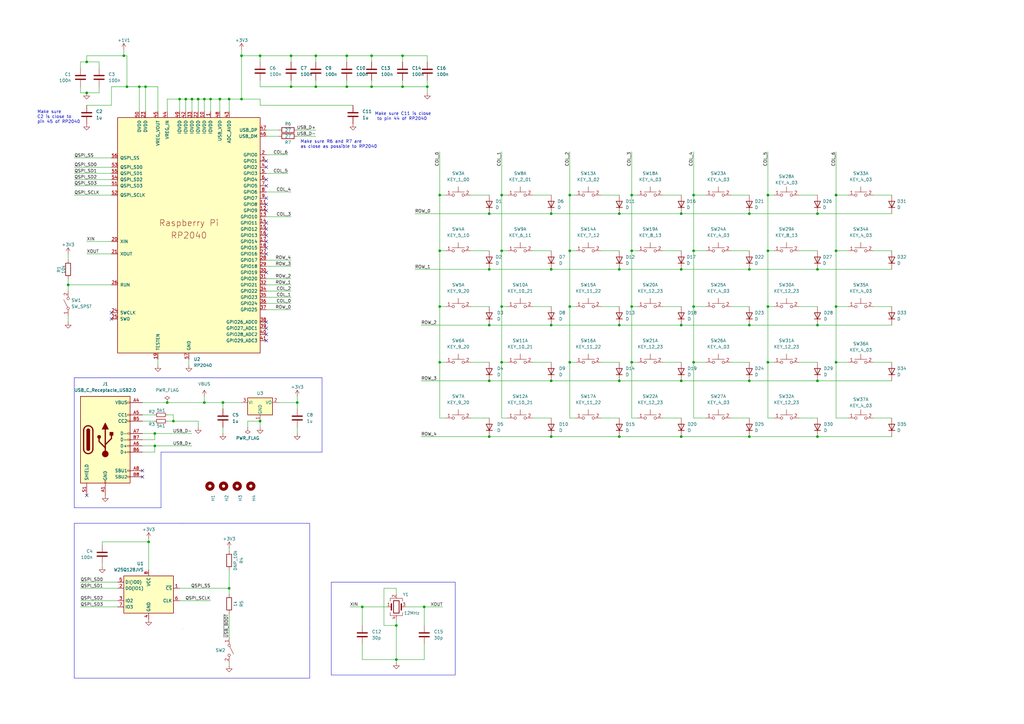
<source format=kicad_sch>
(kicad_sch (version 20231120) (generator "eeschema") (generator_version "8.0")
  (paper "A3")
  (junction (at 284.48 80.01))
  (junction (at 57.15 35.56))
  (junction (at 59.69 35.56))
  (junction (at 205.74 80.01))
  (junction (at 78.74 40.64))
  (junction (at 162.56 256.54))
  (junction (at 60.96 222.25))
  (junction (at 35.56 38.1))
  (junction (at 71.12 172.72))
  (junction (at 254 133.35))
  (junction (at 233.68 102.87))
  (junction (at 307.34 110.49))
  (junction (at 76.2 40.64))
  (junction (at 180.34 148.59))
  (junction (at 121.92 165.1))
  (junction (at 86.36 40.64))
  (junction (at 342.9 125.73))
  (junction (at 279.4 87.63))
  (junction (at 165.1 35.56))
  (junction (at 335.28 179.07))
  (junction (at 205.74 102.87))
  (junction (at 73.66 40.64))
  (junction (at 99.06 22.86))
  (junction (at 106.68 172.72))
  (junction (at 119.38 22.86))
  (junction (at 35.56 25.4))
  (junction (at 63.5 177.8))
  (junction (at 175.26 35.56))
  (junction (at 233.68 148.59))
  (junction (at 90.17 40.64))
  (junction (at 162.56 270.51))
  (junction (at 226.06 179.07))
  (junction (at 342.9 148.59))
  (junction (at 254 179.07))
  (junction (at 173.99 248.92))
  (junction (at 307.34 133.35))
  (junction (at 205.74 148.59))
  (junction (at 342.9 80.01))
  (junction (at 279.4 133.35))
  (junction (at 119.38 35.56))
  (junction (at 83.82 40.64))
  (junction (at 226.06 133.35))
  (junction (at 205.74 125.73))
  (junction (at 254 156.21))
  (junction (at 279.4 110.49))
  (junction (at 307.34 179.07))
  (junction (at 50.8 22.86))
  (junction (at 259.08 125.73))
  (junction (at 152.4 22.86))
  (junction (at 335.28 156.21))
  (junction (at 314.96 148.59))
  (junction (at 284.48 125.73))
  (junction (at 279.4 156.21))
  (junction (at 254 87.63))
  (junction (at 142.24 35.56))
  (junction (at 68.58 165.1))
  (junction (at 129.54 35.56))
  (junction (at 233.68 80.01))
  (junction (at 52.07 35.56))
  (junction (at 180.34 125.73))
  (junction (at 27.94 116.84))
  (junction (at 314.96 102.87))
  (junction (at 342.9 102.87))
  (junction (at 142.24 22.86))
  (junction (at 314.96 125.73))
  (junction (at 165.1 22.86))
  (junction (at 91.44 165.1))
  (junction (at 259.08 148.59))
  (junction (at 200.66 87.63))
  (junction (at 93.98 40.64))
  (junction (at 81.28 40.64))
  (junction (at 129.54 22.86))
  (junction (at 335.28 87.63))
  (junction (at 200.66 156.21))
  (junction (at 259.08 102.87))
  (junction (at 226.06 156.21))
  (junction (at 200.66 110.49))
  (junction (at 152.4 35.56))
  (junction (at 180.34 102.87))
  (junction (at 284.48 102.87))
  (junction (at 180.34 80.01))
  (junction (at 200.66 133.35))
  (junction (at 279.4 179.07))
  (junction (at 148.59 248.92))
  (junction (at 307.34 87.63))
  (junction (at 307.34 156.21))
  (junction (at 200.66 179.07))
  (junction (at 226.06 87.63))
  (junction (at 93.98 241.3))
  (junction (at 254 110.49))
  (junction (at 226.06 110.49))
  (junction (at 233.68 125.73))
  (junction (at 259.08 80.01))
  (junction (at 284.48 148.59))
  (junction (at 314.96 80.01))
  (junction (at 83.82 165.1))
  (junction (at 106.68 22.86))
  (junction (at 99.06 40.64))
  (junction (at 335.28 110.49))
  (junction (at 63.5 182.88))
  (junction (at 335.28 133.35))
  (no_connect (at 109.22 137.16))
  (no_connect (at 109.22 76.2))
  (no_connect (at 109.22 111.76))
  (no_connect (at 109.22 96.52))
  (no_connect (at 109.22 66.04))
  (no_connect (at 109.22 68.58))
  (no_connect (at 109.22 93.98))
  (no_connect (at 109.22 86.36))
  (no_connect (at 109.22 132.08))
  (no_connect (at 35.56 203.2))
  (no_connect (at 109.22 83.82))
  (no_connect (at 109.22 99.06))
  (no_connect (at 109.22 73.66))
  (no_connect (at 58.42 193.04))
  (no_connect (at 45.72 128.27))
  (no_connect (at 109.22 139.7))
  (no_connect (at 58.42 195.58))
  (no_connect (at 109.22 104.14))
  (no_connect (at 109.22 101.6))
  (no_connect (at 109.22 81.28))
  (no_connect (at 109.22 134.62))
  (no_connect (at 45.72 130.81))
  (no_connect (at 109.22 91.44))
  (wire (pts (xy 233.68 171.45) (xy 236.22 171.45)))
  (wire (pts (xy 30.48 76.2) (xy 45.72 76.2)))
  (wire (pts (xy 314.96 148.59) (xy 314.96 171.45)))
  (wire (pts (xy 254 179.07) (xy 279.4 179.07)))
  (wire (pts (xy 233.68 62.23) (xy 233.68 80.01)))
  (wire (pts (xy 165.1 35.56) (xy 175.26 35.56)))
  (polyline (pts (xy 30.48 278.13) (xy 127 278.13)))
  (wire (pts (xy 205.74 62.23) (xy 205.74 80.01)))
  (wire (pts (xy 58.42 170.18) (xy 63.5 170.18)))
  (wire (pts (xy 90.17 40.64) (xy 90.17 45.72)))
  (wire (pts (xy 57.15 35.56) (xy 57.15 45.72)))
  (wire (pts (xy 142.24 22.86) (xy 142.24 25.4)))
  (wire (pts (xy 218.44 148.59) (xy 226.06 148.59)))
  (wire (pts (xy 342.9 62.23) (xy 342.9 80.01)))
  (wire (pts (xy 93.98 40.64) (xy 90.17 40.64)))
  (polyline (pts (xy 30.48 154.94) (xy 30.48 157.48)))
  (wire (pts (xy 271.78 148.59) (xy 279.4 148.59)))
  (wire (pts (xy 180.34 171.45) (xy 182.88 171.45)))
  (wire (pts (xy 259.08 102.87) (xy 259.08 125.73)))
  (wire (pts (xy 246.38 171.45) (xy 254 171.45)))
  (wire (pts (xy 218.44 102.87) (xy 226.06 102.87)))
  (wire (pts (xy 193.04 102.87) (xy 200.66 102.87)))
  (wire (pts (xy 63.5 177.8) (xy 78.74 177.8)))
  (wire (pts (xy 284.48 62.23) (xy 284.48 80.01)))
  (wire (pts (xy 259.08 80.01) (xy 259.08 102.87)))
  (polyline (pts (xy 74.93 257.81) (xy 74.93 257.81)))
  (wire (pts (xy 99.06 40.64) (xy 106.68 40.64)))
  (wire (pts (xy 52.07 35.56) (xy 57.15 35.56)))
  (wire (pts (xy 30.48 68.58) (xy 45.72 68.58)))
  (wire (pts (xy 299.72 171.45) (xy 307.34 171.45)))
  (wire (pts (xy 58.42 165.1) (xy 68.58 165.1)))
  (wire (pts (xy 259.08 102.87) (xy 261.62 102.87)))
  (wire (pts (xy 342.9 148.59) (xy 347.98 148.59)))
  (wire (pts (xy 33.02 27.94) (xy 33.02 25.4)))
  (wire (pts (xy 233.68 80.01) (xy 236.22 80.01)))
  (wire (pts (xy 284.48 171.45) (xy 289.56 171.45)))
  (wire (pts (xy 78.74 45.72) (xy 78.74 40.64)))
  (wire (pts (xy 148.59 270.51) (xy 162.56 270.51)))
  (wire (pts (xy 307.34 110.49) (xy 335.28 110.49)))
  (wire (pts (xy 48.26 238.76) (xy 33.02 238.76)))
  (wire (pts (xy 327.66 80.01) (xy 335.28 80.01)))
  (wire (pts (xy 358.14 171.45) (xy 365.76 171.45)))
  (wire (pts (xy 58.42 180.34) (xy 63.5 180.34)))
  (wire (pts (xy 60.96 222.25) (xy 60.96 233.68)))
  (wire (pts (xy 299.72 148.59) (xy 307.34 148.59)))
  (wire (pts (xy 81.28 172.72) (xy 81.28 175.26)))
  (wire (pts (xy 284.48 148.59) (xy 284.48 171.45)))
  (wire (pts (xy 63.5 182.88) (xy 78.74 182.88)))
  (wire (pts (xy 40.64 25.4) (xy 40.64 27.94)))
  (wire (pts (xy 68.58 40.64) (xy 73.66 40.64)))
  (wire (pts (xy 289.56 125.73) (xy 284.48 125.73)))
  (wire (pts (xy 205.74 102.87) (xy 205.74 125.73)))
  (wire (pts (xy 106.68 22.86) (xy 119.38 22.86)))
  (wire (pts (xy 170.18 110.49) (xy 200.66 110.49)))
  (wire (pts (xy 58.42 185.42) (xy 63.5 185.42)))
  (polyline (pts (xy 30.48 257.81) (xy 30.48 278.13)))
  (wire (pts (xy 99.06 22.86) (xy 106.68 22.86)))
  (wire (pts (xy 27.94 129.54) (xy 27.94 132.08)))
  (wire (pts (xy 165.1 22.86) (xy 175.26 22.86)))
  (wire (pts (xy 109.22 53.34) (xy 114.3 53.34)))
  (wire (pts (xy 119.38 22.86) (xy 119.38 25.4)))
  (wire (pts (xy 246.38 102.87) (xy 254 102.87)))
  (wire (pts (xy 71.12 172.72) (xy 68.58 172.72)))
  (polyline (pts (xy 127 257.81) (xy 127 257.81)))
  (wire (pts (xy 106.68 43.18) (xy 144.78 43.18)))
  (wire (pts (xy 68.58 170.18) (xy 71.12 170.18)))
  (polyline (pts (xy 186.69 276.86) (xy 186.69 238.76)))
  (wire (pts (xy 27.94 104.14) (xy 27.94 106.68)))
  (wire (pts (xy 279.4 179.07) (xy 307.34 179.07)))
  (wire (pts (xy 152.4 22.86) (xy 165.1 22.86)))
  (wire (pts (xy 226.06 133.35) (xy 254 133.35)))
  (wire (pts (xy 162.56 241.3) (xy 157.48 241.3)))
  (wire (pts (xy 109.22 109.22) (xy 119.38 109.22)))
  (wire (pts (xy 200.66 179.07) (xy 226.06 179.07)))
  (wire (pts (xy 109.22 127) (xy 119.38 127)))
  (polyline (pts (xy 127 226.06) (xy 127 250.19)))
  (wire (pts (xy 119.38 35.56) (xy 129.54 35.56)))
  (wire (pts (xy 64.77 35.56) (xy 64.77 45.72)))
  (wire (pts (xy 226.06 156.21) (xy 254 156.21)))
  (wire (pts (xy 314.96 102.87) (xy 314.96 125.73)))
  (wire (pts (xy 173.99 248.92) (xy 181.61 248.92)))
  (wire (pts (xy 299.72 125.73) (xy 307.34 125.73)))
  (polyline (pts (xy 135.89 276.86) (xy 186.69 276.86)))
  (wire (pts (xy 173.99 264.16) (xy 173.99 270.51)))
  (wire (pts (xy 77.47 147.32) (xy 77.47 149.86)))
  (wire (pts (xy 109.22 55.88) (xy 114.3 55.88)))
  (wire (pts (xy 342.9 125.73) (xy 342.9 148.59)))
  (polyline (pts (xy 74.93 214.63) (xy 125.73 214.63)))
  (wire (pts (xy 41.91 222.25) (xy 41.91 223.52)))
  (wire (pts (xy 58.42 177.8) (xy 63.5 177.8)))
  (wire (pts (xy 314.96 148.59) (xy 317.5 148.59)))
  (polyline (pts (xy 66.04 208.28) (xy 66.04 185.42)))
  (wire (pts (xy 86.36 40.64) (xy 90.17 40.64)))
  (wire (pts (xy 52.07 35.56) (xy 52.07 22.86)))
  (wire (pts (xy 327.66 125.73) (xy 335.28 125.73)))
  (wire (pts (xy 205.74 125.73) (xy 205.74 148.59)))
  (wire (pts (xy 170.18 87.63) (xy 200.66 87.63)))
  (polyline (pts (xy 127 214.63) (xy 127 226.06)))
  (wire (pts (xy 335.28 110.49) (xy 365.76 110.49)))
  (wire (pts (xy 121.92 162.56) (xy 121.92 165.1)))
  (wire (pts (xy 33.02 38.1) (xy 35.56 38.1)))
  (wire (pts (xy 60.96 222.25) (xy 41.91 222.25)))
  (wire (pts (xy 48.26 248.92) (xy 33.02 248.92)))
  (wire (pts (xy 342.9 148.59) (xy 342.9 171.45)))
  (wire (pts (xy 246.38 80.01) (xy 254 80.01)))
  (wire (pts (xy 342.9 80.01) (xy 342.9 102.87)))
  (wire (pts (xy 233.68 80.01) (xy 233.68 102.87)))
  (wire (pts (xy 106.68 172.72) (xy 106.68 175.26)))
  (wire (pts (xy 121.92 165.1) (xy 121.92 167.64)))
  (wire (pts (xy 93.98 40.64) (xy 93.98 45.72)))
  (wire (pts (xy 254 133.35) (xy 279.4 133.35)))
  (wire (pts (xy 76.2 45.72) (xy 76.2 40.64)))
  (wire (pts (xy 246.38 148.59) (xy 254 148.59)))
  (wire (pts (xy 233.68 102.87) (xy 233.68 125.73)))
  (wire (pts (xy 142.24 35.56) (xy 152.4 35.56)))
  (wire (pts (xy 299.72 102.87) (xy 307.34 102.87)))
  (wire (pts (xy 99.06 40.64) (xy 93.98 40.64)))
  (wire (pts (xy 175.26 33.02) (xy 175.26 35.56)))
  (wire (pts (xy 109.22 88.9) (xy 119.38 88.9)))
  (wire (pts (xy 284.48 125.73) (xy 284.48 148.59)))
  (wire (pts (xy 200.66 133.35) (xy 226.06 133.35)))
  (wire (pts (xy 314.96 171.45) (xy 317.5 171.45)))
  (wire (pts (xy 109.22 71.12) (xy 118.11 71.12)))
  (wire (pts (xy 233.68 148.59) (xy 236.22 148.59)))
  (wire (pts (xy 158.75 248.92) (xy 148.59 248.92)))
  (wire (pts (xy 162.56 270.51) (xy 173.99 270.51)))
  (wire (pts (xy 68.58 165.1) (xy 83.82 165.1)))
  (wire (pts (xy 76.2 40.64) (xy 78.74 40.64)))
  (wire (pts (xy 35.56 104.14) (xy 45.72 104.14)))
  (wire (pts (xy 193.04 80.01) (xy 200.66 80.01)))
  (wire (pts (xy 172.72 156.21) (xy 200.66 156.21)))
  (wire (pts (xy 83.82 45.72) (xy 83.82 40.64)))
  (wire (pts (xy 335.28 156.21) (xy 365.76 156.21)))
  (wire (pts (xy 279.4 87.63) (xy 254 87.63)))
  (wire (pts (xy 30.48 64.77) (xy 45.72 64.77)))
  (wire (pts (xy 205.74 102.87) (xy 208.28 102.87)))
  (wire (pts (xy 52.07 22.86) (xy 50.8 22.86)))
  (wire (pts (xy 205.74 80.01) (xy 205.74 102.87)))
  (wire (pts (xy 314.96 125.73) (xy 314.96 148.59)))
  (wire (pts (xy 143.51 248.92) (xy 148.59 248.92)))
  (polyline (pts (xy 132.08 154.94) (xy 30.48 154.94)))
  (wire (pts (xy 91.44 175.26) (xy 91.44 177.8)))
  (wire (pts (xy 109.22 121.92) (xy 119.38 121.92)))
  (wire (pts (xy 175.26 35.56) (xy 175.26 38.1)))
  (polyline (pts (xy 132.08 185.42) (xy 132.08 154.94)))
  (wire (pts (xy 121.92 55.88) (xy 129.54 55.88)))
  (wire (pts (xy 279.4 156.21) (xy 307.34 156.21)))
  (wire (pts (xy 30.48 71.12) (xy 45.72 71.12)))
  (wire (pts (xy 259.08 148.59) (xy 259.08 171.45)))
  (wire (pts (xy 106.68 25.4) (xy 106.68 22.86)))
  (wire (pts (xy 162.56 256.54) (xy 162.56 270.51)))
  (wire (pts (xy 165.1 22.86) (xy 165.1 25.4)))
  (wire (pts (xy 68.58 45.72) (xy 68.58 40.64)))
  (wire (pts (xy 73.66 241.3) (xy 93.98 241.3)))
  (wire (pts (xy 109.22 78.74) (xy 119.38 78.74)))
  (wire (pts (xy 307.34 133.35) (xy 335.28 133.35)))
  (wire (pts (xy 342.9 171.45) (xy 347.98 171.45)))
  (wire (pts (xy 299.72 80.01) (xy 307.34 80.01)))
  (wire (pts (xy 33.02 35.56) (xy 33.02 38.1)))
  (polyline (pts (xy 30.48 157.48) (xy 30.48 208.28)))
  (wire (pts (xy 30.48 73.66) (xy 45.72 73.66)))
  (wire (pts (xy 109.22 63.5) (xy 118.11 63.5)))
  (wire (pts (xy 106.68 40.64) (xy 106.68 43.18)))
  (wire (pts (xy 109.22 106.68) (xy 119.38 106.68)))
  (wire (pts (xy 33.02 25.4) (xy 35.56 25.4)))
  (wire (pts (xy 218.44 125.73) (xy 226.06 125.73)))
  (wire (pts (xy 119.38 33.02) (xy 119.38 35.56)))
  (wire (pts (xy 27.94 116.84) (xy 27.94 119.38)))
  (wire (pts (xy 166.37 248.92) (xy 173.99 248.92)))
  (wire (pts (xy 226.06 179.07) (xy 254 179.07)))
  (wire (pts (xy 35.56 22.86) (xy 50.8 22.86)))
  (wire (pts (xy 35.56 99.06) (xy 45.72 99.06)))
  (wire (pts (xy 279.4 110.49) (xy 307.34 110.49)))
  (polyline (pts (xy 135.89 238.76) (xy 186.69 238.76)))
  (wire (pts (xy 193.04 125.73) (xy 200.66 125.73)))
  (wire (pts (xy 358.14 148.59) (xy 365.76 148.59)))
  (wire (pts (xy 109.22 116.84) (xy 119.38 116.84)))
  (wire (pts (xy 148.59 248.92) (xy 148.59 256.54)))
  (wire (pts (xy 109.22 119.38) (xy 119.38 119.38)))
  (polyline (pts (xy 135.89 238.76) (xy 135.89 276.86)))
  (wire (pts (xy 200.66 87.63) (xy 226.06 87.63)))
  (wire (pts (xy 327.66 102.87) (xy 335.28 102.87)))
  (wire (pts (xy 121.92 175.26) (xy 121.92 177.8)))
  (polyline (pts (xy 30.48 208.28) (xy 66.04 208.28)))
  (wire (pts (xy 259.08 62.23) (xy 259.08 80.01)))
  (wire (pts (xy 73.66 45.72) (xy 73.66 40.64)))
  (wire (pts (xy 259.08 171.45) (xy 261.62 171.45)))
  (wire (pts (xy 284.48 148.59) (xy 289.56 148.59)))
  (wire (pts (xy 314.96 80.01) (xy 317.5 80.01)))
  (wire (pts (xy 109.22 114.3) (xy 119.38 114.3)))
  (wire (pts (xy 129.54 22.86) (xy 129.54 25.4)))
  (wire (pts (xy 205.74 125.73) (xy 208.28 125.73)))
  (wire (pts (xy 63.5 185.42) (xy 63.5 182.88)))
  (wire (pts (xy 342.9 102.87) (xy 342.9 125.73)))
  (wire (pts (xy 205.74 80.01) (xy 208.28 80.01)))
  (wire (pts (xy 93.98 224.79) (xy 93.98 226.06)))
  (wire (pts (xy 271.78 171.45) (xy 279.4 171.45)))
  (polyline (pts (xy 74.93 214.63) (xy 74.93 214.63)))
  (wire (pts (xy 101.6 172.72) (xy 106.68 172.72)))
  (wire (pts (xy 27.94 114.3) (xy 27.94 116.84)))
  (wire (pts (xy 101.6 175.26) (xy 101.6 172.72)))
  (wire (pts (xy 200.66 110.49) (xy 226.06 110.49)))
  (wire (pts (xy 279.4 87.63) (xy 307.34 87.63)))
  (wire (pts (xy 233.68 125.73) (xy 236.22 125.73)))
  (wire (pts (xy 180.34 125.73) (xy 180.34 148.59)))
  (wire (pts (xy 284.48 80.01) (xy 284.48 102.87)))
  (wire (pts (xy 157.48 241.3) (xy 157.48 256.54)))
  (wire (pts (xy 121.92 53.34) (xy 129.54 53.34)))
  (wire (pts (xy 284.48 102.87) (xy 289.56 102.87)))
  (wire (pts (xy 27.94 116.84) (xy 45.72 116.84)))
  (wire (pts (xy 335.28 179.07) (xy 365.76 179.07)))
  (wire (pts (xy 254 110.49) (xy 279.4 110.49)))
  (wire (pts (xy 57.15 35.56) (xy 59.69 35.56)))
  (wire (pts (xy 78.74 40.64) (xy 81.28 40.64)))
  (wire (pts (xy 86.36 246.38) (xy 73.66 246.38)))
  (wire (pts (xy 175.26 22.86) (xy 175.26 25.4)))
  (polyline (pts (xy 127 278.13) (xy 127 257.81)))
  (wire (pts (xy 205.74 148.59) (xy 208.28 148.59)))
  (wire (pts (xy 233.68 148.59) (xy 233.68 171.45)))
  (wire (pts (xy 162.56 270.51) (xy 162.56 271.78)))
  (wire (pts (xy 271.78 80.01) (xy 279.4 80.01)))
  (wire (pts (xy 157.48 256.54) (xy 162.56 256.54)))
  (wire (pts (xy 165.1 33.02) (xy 165.1 35.56)))
  (wire (pts (xy 347.98 125.73) (xy 342.9 125.73)))
  (wire (pts (xy 35.56 25.4) (xy 35.56 22.86)))
  (wire (pts (xy 45.72 35.56) (xy 45.72 43.18)))
  (wire (pts (xy 152.4 33.02) (xy 152.4 35.56)))
  (wire (pts (xy 35.56 43.18) (xy 45.72 43.18)))
  (wire (pts (xy 259.08 125.73) (xy 261.62 125.73)))
  (wire (pts (xy 45.72 35.56) (xy 52.07 35.56)))
  (wire (pts (xy 152.4 35.56) (xy 165.1 35.56)))
  (wire (pts (xy 50.8 20.32) (xy 50.8 22.86)))
  (wire (pts (xy 180.34 80.01) (xy 180.34 102.87)))
  (wire (pts (xy 314.96 80.01) (xy 314.96 102.87)))
  (wire (pts (xy 106.68 33.02) (xy 106.68 35.56)))
  (wire (pts (xy 335.28 133.35) (xy 365.76 133.35)))
  (polyline (pts (xy 66.04 185.42) (xy 132.08 185.42)))
  (wire (pts (xy 200.66 156.21) (xy 226.06 156.21)))
  (wire (pts (xy 129.54 35.56) (xy 142.24 35.56)))
  (polyline (pts (xy 30.48 257.81) (xy 30.48 214.63)))
  (wire (pts (xy 246.38 125.73) (xy 254 125.73)))
  (wire (pts (xy 327.66 148.59) (xy 335.28 148.59)))
  (wire (pts (xy 284.48 80.01) (xy 289.56 80.01)))
  (wire (pts (xy 63.5 180.34) (xy 63.5 177.8)))
  (wire (pts (xy 342.9 102.87) (xy 347.98 102.87)))
  (wire (pts (xy 254 156.21) (xy 279.4 156.21)))
  (wire (pts (xy 99.06 22.86) (xy 99.06 40.64)))
  (wire (pts (xy 48.26 241.3) (xy 33.02 241.3)))
  (wire (pts (xy 93.98 251.46) (xy 93.98 261.62)))
  (wire (pts (xy 233.68 102.87) (xy 236.22 102.87)))
  (wire (pts (xy 129.54 22.86) (xy 142.24 22.86)))
  (wire (pts (xy 83.82 165.1) (xy 91.44 165.1)))
  (wire (pts (xy 35.56 38.1) (xy 40.64 38.1)))
  (wire (pts (xy 226.06 110.49) (xy 254 110.49)))
  (wire (pts (xy 335.28 87.63) (xy 365.76 87.63)))
  (wire (pts (xy 83.82 40.64) (xy 86.36 40.64)))
  (wire (pts (xy 86.36 45.72) (xy 86.36 40.64)))
  (wire (pts (xy 226.06 87.63) (xy 254 87.63)))
  (wire (pts (xy 358.14 125.73) (xy 365.76 125.73)))
  (wire (pts (xy 71.12 172.72) (xy 81.28 172.72)))
  (wire (pts (xy 91.44 165.1) (xy 99.06 165.1)))
  (wire (pts (xy 307.34 156.21) (xy 335.28 156.21)))
  (wire (pts (xy 180.34 125.73) (xy 182.88 125.73)))
  (wire (pts (xy 180.34 148.59) (xy 182.88 148.59)))
  (wire (pts (xy 83.82 162.56) (xy 83.82 165.1)))
  (wire (pts (xy 73.66 40.64) (xy 76.2 40.64)))
  (wire (pts (xy 71.12 170.18) (xy 71.12 172.72)))
  (wire (pts (xy 129.54 33.02) (xy 129.54 35.56)))
  (wire (pts (xy 162.56 256.54) (xy 162.56 254)))
  (wire (pts (xy 180.34 62.23) (xy 180.34 80.01)))
  (wire (pts (xy 93.98 241.3) (xy 93.98 243.84)))
  (wire (pts (xy 142.24 22.86) (xy 152.4 22.86)))
  (wire (pts (xy 233.68 125.73) (xy 233.68 148.59)))
  (wire (pts (xy 173.99 248.92) (xy 173.99 256.54)))
  (wire (pts (xy 59.69 35.56) (xy 64.77 35.56)))
  (wire (pts (xy 109.22 124.46) (xy 119.38 124.46)))
  (polyline (pts (xy 125.73 214.63) (xy 127 214.63)))
  (wire (pts (xy 218.44 80.01) (xy 226.06 80.01)))
  (wire (pts (xy 307.34 87.63) (xy 335.28 87.63)))
  (wire (pts (xy 93.98 271.78) (xy 93.98 273.05)))
  (wire (pts (xy 271.78 125.73) (xy 279.4 125.73)))
  (wire (pts (xy 93.98 233.68) (xy 93.98 241.3)))
  (polyline (pts (xy 127 250.19) (xy 127 257.81)))
  (wire (pts (xy 41.91 231.14) (xy 41.91 232.41)))
  (wire (pts (xy 193.04 171.45) (xy 200.66 171.45)))
  (wire (pts (xy 152.4 22.86) (xy 152.4 25.4)))
  (wire (pts (xy 172.72 179.07) (xy 200.66 179.07)))
  (wire (pts (xy 60.96 220.98) (xy 60.96 222.25)))
  (wire (pts (xy 180.34 148.59) (xy 180.34 171.45)))
  (wire (pts (xy 106.68 35.56) (xy 119.38 35.56)))
  (wire (pts (xy 218.44 171.45) (xy 226.06 171.45)))
  (wire (pts (xy 64.77 147.32) (xy 64.77 149.86)))
  (wire (pts (xy 180.34 80.01) (xy 182.88 80.01)))
  (wire (pts (xy 279.4 133.35) (xy 307.34 133.35)))
  (wire (pts (xy 307.34 179.07) (xy 335.28 179.07)))
  (polyline (pts (xy 74.93 214.63) (xy 30.48 214.63)))
  (wire (pts (xy 91.44 167.64) (xy 91.44 165.1)))
  (wire (pts (xy 193.04 148.59) (xy 200.66 148.59)))
  (wire (pts (xy 81.28 40.64) (xy 83.82 40.64)))
  (wire (pts (xy 327.66 171.45) (xy 335.28 171.45)))
  (wire (pts (xy 172.72 133.35) (xy 200.66 133.35)))
  (wire (pts (xy 148.59 264.16) (xy 148.59 270.51)))
  (wire (pts (xy 40.64 35.56) (xy 40.64 38.1)))
  (wire (pts (xy 205.74 148.59) (xy 205.74 171.45)))
  (wire (pts (xy 35.56 25.4) (xy 40.64 25.4)))
  (wire (pts (xy 114.3 165.1) (xy 121.92 165.1)))
  (wire (pts (xy 342.9 80.01) (xy 347.98 80.01)))
  (wire (pts (xy 358.14 80.01) (xy 365.76 80.01)))
  (wire (pts (xy 259.08 80.01) (xy 261.62 80.01)))
  (wire (pts (xy 58.42 182.88) (xy 63.5 182.88)))
  (wire (pts (xy 119.38 22.86) (xy 129.54 22.86)))
  (wire (pts (xy 358.14 102.87) (xy 365.76 102.87)))
  (wire (pts (xy 48.26 246.38) (xy 33.02 246.38)))
  (wire (pts (xy 58.42 172.72) (xy 63.5 172.72)))
  (wire (pts (xy 284.48 102.87) (xy 284.48 125.73)))
  (wire (pts (xy 205.74 171.45) (xy 208.28 171.45)))
  (wire (pts (xy 180.34 102.87) (xy 182.88 102.87)))
  (wire (pts (xy 259.08 148.59) (xy 261.62 148.59)))
  (wire (pts (xy 162.56 243.84) (xy 162.56 241.3)))
  (wire (pts (xy 59.69 35.56) (xy 59.69 45.72)))
  (wire (pts (xy 271.78 102.87) (xy 279.4 102.87)))
  (wire (pts (xy 314.96 102.87) (xy 317.5 102.87)))
  (wire (pts (xy 314.96 125.73) (xy 317.5 125.73)))
  (wire (pts (xy 81.28 45.72) (xy 81.28 40.64)))
  (wire (pts (xy 259.08 125.73) (xy 259.08 148.59)))
  (wire (pts (xy 180.34 102.87) (xy 180.34 125.73)))
  (wire (pts (xy 142.24 33.02) (xy 142.24 35.56)))
  (wire (pts (xy 99.06 20.32) (xy 99.06 22.86)))
  (wire (pts (xy 30.48 80.01) (xy 45.72 80.01)))
  (wire (pts (xy 314.96 62.23) (xy 314.96 80.01)))
  (text "Make sure \nC2 is close to\npin 45 of RP2040" (at 15.24 50.8 0) (effects (font (size 1.27 1.27)) (justify left bottom)))
  (text "Make sure C11 is close\n to pin 44 of RP2040" (at 153.67 49.53 0) (effects (font (size 1.27 1.27)) (justify left bottom)))
  (text "Make sure R6 and R7 are \nas close as possible to RP2040" (at 123.19 60.96 0) (effects (font (size 1.27 1.27)) (justify left bottom)))
  (label "ROW_2" (at 119.38 114.3 180))
  (label "COL_6" (at 342.9 62.23 270))
  (label "COL_4" (at 284.48 62.23 270))
  (label "ROW_2" (at 172.72 133.35 0))
  (label "ROW_0" (at 170.18 87.63 0))
  (label "COL_0" (at 119.38 124.46 180))
  (label "COL_2" (at 119.38 119.38 180))
  (label "QSPI_SCLK" (at 30.48 80.01 0))
  (label "QSPI_SS" (at 86.36 241.3 180))
  (label "XIN" (at 143.51 248.92 0))
  (label "ROW_3" (at 119.38 109.22 180))
  (label "ROW_1" (at 119.38 116.84 180))
  (label "COL_3" (at 119.38 88.9 180))
  (label "COL_6" (at 118.11 63.5 180))
  (label "USB_D-" (at 129.54 55.88 180))
  (label "XIN" (at 35.56 99.06 0))
  (label "QSPI_SD1" (at 33.02 241.3 0))
  (label "USB_D-" (at 78.74 177.8 180))
  (label "USB_D+" (at 78.74 182.88 180))
  (label "QSPI_SD3" (at 30.48 76.2 0))
  (label "XOUT" (at 181.61 248.92 180))
  (label "QSPI_SD2" (at 33.02 246.38 0))
  (label "ROW_3" (at 172.72 156.21 0))
  (label "QSPI_SD0" (at 33.02 238.76 0))
  (label "COL_0" (at 180.34 62.23 270))
  (label "QSPI_SD0" (at 30.48 68.58 0))
  (label "QSPI_SD2" (at 30.48 73.66 0))
  (label "ROW_1" (at 170.18 110.49 0))
  (label "QSPI_SS" (at 30.48 64.77 0))
  (label "QSPI_SD3" (at 33.02 248.92 0))
  (label "QSPI_SD1" (at 30.48 71.12 0))
  (label "QSPI_SCLK" (at 86.36 246.38 180))
  (label "ROW_0" (at 119.38 127 180))
  (label "~{USB_BOOT}" (at 93.98 261.62 90))
  (label "COL_4" (at 119.38 78.74 180))
  (label "ROW_4" (at 172.72 179.07 0))
  (label "COL_1" (at 205.74 62.23 270))
  (label "COL_3" (at 259.08 62.23 270))
  (label "COL_2" (at 233.68 62.23 270))
  (label "COL_1" (at 119.38 121.92 180))
  (label "USB_D+" (at 129.54 53.34 180))
  (label "COL_5" (at 314.96 62.23 270))
  (label "XOUT" (at 35.56 104.14 0))
  (label "COL_5" (at 118.11 71.12 180))
  (label "ROW_4" (at 119.38 106.68 180))
  (symbol (lib_id "keebio:MX_LED") (at 187.96 171.45 0) (unit 1)
    (property "Reference" "SW7" (at 187.96 162.56 0))
    (property "Value" "KEY_9_20" (at 187.96 165.1 0))
    (property "Footprint" "hotswap_socket_symbol:Kailh_socket_MX" (effects (hide yes)))
  )
  (symbol (lib_id "Memory_Flash:W25Q128JVS") (at 60.96 243.84 0) (mirror y) (unit 1)
    (property "Reference" "U1" (at 58.9406 231.14 0) (effects (justify left)))
    (property "Value" "W25Q128JVS" (at 58.9406 233.68 0) (effects (justify left)))
    (property "Footprint" "Package_SO:SOIC-8_5.23x5.23mm_P1.27mm" (effects (hide yes)))
    (property "Datasheet" "http://www.winbond.com/resource-files/w25q128jv_dtr%20revc%2003272018%20plus.pdf" (effects (hide yes)))
  )
  (symbol (lib_id "Device:R_Small") (at 66.04 172.72 90) (mirror x) (unit 1)
    (property "Reference" "R3" (at 62.23 173.99 90))
    (property "Value" "5k1" (at 66.04 174.625 90))
    (property "Footprint" "Resistor_SMD:R_0402_1005Metric" (effects (hide yes)))
  )
  (symbol (lib_id "keebio:MX_LED") (at 266.7 125.73 0) (unit 1)
    (property "Reference" "SW20" (at 266.7 116.84 0))
    (property "Value" "KEY_12_23" (at 266.7 119.38 0))
    (property "Footprint" "hotswap_socket_symbol:Kailh_socket_MX" (effects (hide yes)))
  )
  (symbol (lib_id "Device:D") (at 307.34 175.26 90) (unit 1)
    (property "Reference" "D25" (at 309.499 173.9899 90) (effects (justify right)))
    (property "Value" "D" (at 309.499 176.5299 90) (effects (justify right)))
    (property "Footprint" "Diode_SMD:D_SOD-323" (effects (hide yes)))
  )
  (symbol (lib_id "keebio:MX_LED") (at 353.06 80.01 0) (unit 1)
    (property "Reference" "SW33" (at 353.06 71.12 0))
    (property "Value" "KEY_4_03" (at 353.06 73.66 0))
    (property "Footprint" "hotswap_socket_symbol:Kailh_socket_MX" (effects (hide yes)))
  )
  (symbol (lib_id "Device:C") (at 173.99 260.35 0) (unit 1)
    (property "Reference" "C15" (at 177.927 259.0799 0) (effects (justify left)))
    (property "Value" "30p" (at 177.927 261.6199 0) (effects (justify left)))
    (property "Footprint" "Capacitor_SMD:C_0402_1005Metric" (effects (hide yes)))
  )
  (symbol (lib_id "Device:C") (at 33.02 31.75 0) (mirror x) (unit 1)
    (property "Reference" "C1" (at 29.21 30.4799 0) (effects (justify right)))
    (property "Value" "100n" (at 29.21 33.0199 0) (effects (justify right)))
    (property "Footprint" "Capacitor_SMD:C_0402_1005Metric" (effects (hide yes)))
  )
  (symbol (lib_id "keebio:MX_LED") (at 353.06 148.59 0) (unit 1)
    (property "Reference" "SW36" (at 353.06 140.97 0))
    (property "Value" "KEY_4_03" (at 353.06 143.51 0))
    (property "Footprint" "hotswap_socket_symbol:Kailh_socket_MX" (effects (hide yes)))
  )
  (symbol (lib_id "Device:C") (at 148.59 260.35 0) (unit 1)
    (property "Reference" "C12" (at 152.527 259.0799 0) (effects (justify left)))
    (property "Value" "30p" (at 152.527 261.6199 0) (effects (justify left)))
    (property "Footprint" "Capacitor_SMD:C_0402_1005Metric" (effects (hide yes)))
  )
  (symbol (lib_id "Device:C") (at 175.26 29.21 0) (unit 1)
    (property "Reference" "C16" (at 179.07 27.9399 0) (effects (justify left)))
    (property "Value" "100n" (at 179.07 30.4799 0) (effects (justify left)))
    (property "Footprint" "Capacitor_SMD:C_0402_1005Metric" (effects (hide yes)))
  )
  (symbol (lib_id "Mechanical:MountingHole") (at 97.282 199.39 270) (unit 1)
    (property "Reference" "H3" (at 98.5521 202.946 0) (effects (justify left)))
    (property "Value" "MountingHole" (effects (hide yes)))
    (property "Footprint" "MountingHole:MountingHole_2.2mm_M2" (effects (hide yes)))
  )
  (symbol (lib_id "power:GND") (at 175.26 38.1 0) (unit 1)
    (property "Reference" "#PWR023" (effects (hide yes)))
    (property "Value" "GND" (effects (hide yes)))
  )
  (symbol (lib_id "Device:D") (at 254 83.82 90) (unit 1)
    (property "Reference" "D11" (at 256.54 82.5499 90) (effects (justify right)))
    (property "Value" "D" (at 256.54 85.0899 90) (effects (justify right)))
    (property "Footprint" "Diode_SMD:D_SOD-323" (effects (hide yes)))
  )
  (symbol (lib_id "power:GND") (at 43.18 203.2 0) (unit 1)
    (property "Reference" "#PWR06" (effects (hide yes)))
    (property "Value" "GND" (effects (hide yes)))
  )
  (symbol (lib_id "keebio:MX_LED") (at 213.36 102.87 0) (unit 1)
    (property "Reference" "SW9" (at 213.36 93.98 0))
    (property "Value" "KEY_6_11" (at 213.36 96.52 0))
    (property "Footprint" "hotswap_socket_symbol:Kailh_socket_MX" (effects (hide yes)))
  )
  (symbol (lib_id "power:+3V3") (at 27.94 104.14 0) (unit 1)
    (property "Reference" "#PWR01" (effects (hide yes)))
    (property "Value" "+3V3" (at 27.94 100.33 0))
  )
  (symbol (lib_id "keebio:MX_LED") (at 241.3 148.59 0) (unit 1)
    (property "Reference" "SW16" (at 241.3 139.7 0))
    (property "Value" "KEY_11_22" (at 241.3 142.24 0))
    (property "Footprint" "hotswap_socket_symbol:Kailh_socket_MX" (effects (hide yes)))
  )
  (symbol (lib_id "Device:D") (at 200.66 175.26 90) (unit 1)
    (property "Reference" "D5" (at 203.835 173.9899 90) (effects (justify right)))
    (property "Value" "D" (at 203.835 176.5299 90) (effects (justify right)))
    (property "Footprint" "Diode_SMD:D_SOD-323" (effects (hide yes)))
  )
  (symbol (lib_id "Device:R") (at 118.11 53.34 90) (unit 1)
    (property "Reference" "R6" (at 118.11 50.8 90))
    (property "Value" "27" (at 118.11 53.34 90))
    (property "Footprint" "Resistor_SMD:R_0603_1608Metric" (effects (hide yes)))
  )
  (symbol (lib_id "keebio:MX_LED") (at 187.96 125.73 0) (unit 1)
    (property "Reference" "SW5" (at 187.96 116.84 0))
    (property "Value" "KEY_9_20" (at 187.96 119.38 0))
    (property "Footprint" "hotswap_socket_symbol:Kailh_socket_MX" (effects (hide yes)))
  )
  (symbol (lib_id "Device:C") (at 144.78 46.99 0) (unit 1)
    (property "Reference" "C11" (at 148.59 45.7199 0) (effects (justify left)))
    (property "Value" "1u" (at 148.59 48.2599 0) (effects (justify left)))
    (property "Footprint" "Capacitor_SMD:C_0402_1005Metric" (effects (hide yes)))
  )
  (symbol (lib_id "keebio:MX_LED") (at 213.36 80.01 0) (unit 1)
    (property "Reference" "SW8" (at 213.36 71.12 0))
    (property "Value" "KEY_2_01" (at 213.36 73.66 0))
    (property "Footprint" "hotswap_socket_symbol:Kailh_socket_MX" (effects (hide yes)))
  )
  (symbol (lib_id "Device:D") (at 365.76 106.68 90) (unit 1)
    (property "Reference" "D32" (at 367.919 105.4099 90) (effects (justify right)))
    (property "Value" "D" (at 367.919 107.9499 90) (effects (justify right)))
    (property "Footprint" "Diode_SMD:D_SOD-323" (effects (hide yes)))
  )
  (symbol (lib_id "power:+3V3") (at 99.06 20.32 0) (unit 1)
    (property "Reference" "#PWR017" (effects (hide yes)))
    (property "Value" "+3V3" (at 99.06 16.51 0))
  )
  (symbol (lib_id "power:GND") (at 77.47 149.86 0) (unit 1)
    (property "Reference" "#PWR011" (effects (hide yes)))
    (property "Value" "GND" (effects (hide yes)))
  )
  (symbol (lib_id "Device:D") (at 335.28 152.4 90) (unit 1)
    (property "Reference" "D29" (at 337.82 151.1299 90) (effects (justify right)))
    (property "Value" "D" (at 337.82 153.6699 90) (effects (justify right)))
    (property "Footprint" "Diode_SMD:D_SOD-323" (effects (hide yes)))
  )
  (symbol (lib_id "keebio:MX_LED") (at 266.7 102.87 0) (unit 1)
    (property "Reference" "SW19" (at 266.7 93.98 0))
    (property "Value" "KEY_8_13" (at 266.7 96.52 0))
    (property "Footprint" "hotswap_socket_symbol:Kailh_socket_MX" (effects (hide yes)))
  )
  (symbol (lib_id "keebio:MX_LED") (at 353.06 102.87 0) (unit 1)
    (property "Reference" "SW34" (at 353.06 93.98 0))
    (property "Value" "KEY_4_03" (at 353.06 96.52 0))
    (property "Footprint" "hotswap_socket_symbol:Kailh_socket_MX" (effects (hide yes)))
  )
  (symbol (lib_id "keebio:MX_LED") (at 241.3 125.73 0) (unit 1)
    (property "Reference" "SW15" (at 241.3 116.84 0))
    (property "Value" "KEY_11_22" (at 241.3 119.38 0))
    (property "Footprint" "hotswap_socket_symbol:Kailh_socket_MX" (effects (hide yes)))
  )
  (symbol (lib_id "power:VBUS") (at 83.82 162.56 0) (unit 1)
    (property "Reference" "#PWR013" (effects (hide yes)))
    (property "Value" "VBUS" (at 83.82 157.48 0))
  )
  (symbol (lib_id "Connector:USB_C_Receptacle_USB2.0") (at 43.18 180.34 0) (unit 1)
    (property "Reference" "J1" (at 43.18 157.48 0))
    (property "Value" "USB_C_Receptacle_USB2.0" (at 43.18 160.02 0))
    (property "Footprint" "Connector_USB:USB_C_Receptacle_XKB_U262-16XN-4BVC11" (effects (hide yes)))
    (property "Datasheet" "https://www.usb.org/sites/default/files/documents/usb_type-c.zip" (effects (hide yes)))
  )
  (symbol (lib_id "Switch:SW_SPST") (at 93.98 266.7 270) (unit 1)
    (property "Reference" "SW2" (at 92.456 266.7 90) (effects (justify right)))
    (property "Value" "SW_SPST" (effects (hide yes)))
    (property "Footprint" "Button_Switch_SMD:SW_Push_1P1T_XKB_TS-1187A" (effects (hide yes)))
  )
  (symbol (lib_id "power:+1V1") (at 50.8 20.32 0) (unit 1)
    (property "Reference" "#PWR07" (effects (hide yes)))
    (property "Value" "+1V1" (at 50.8 16.51 0))
  )
  (symbol (lib_id "power:GND") (at 144.78 50.8 0) (unit 1)
    (property "Reference" "#PWR021" (effects (hide yes)))
    (property "Value" "GND" (effects (hide yes)))
  )
  (symbol (lib_id "Device:Crystal_GND24") (at 162.56 248.92 0) (unit 1)
    (property "Reference" "Y1" (at 166.37 243.84 0))
    (property "Value" "12MHz" (at 168.91 251.46 0))
    (property "Footprint" "Crystal:Crystal_SMD_3225-4Pin_3.2x2.5mm" (effects (hide yes)))
  )
  (symbol (lib_id "Regulator_Linear:NCP1117-3.3_SOT223") (at 106.68 165.1 0) (unit 1)
    (property "Reference" "U3" (at 106.68 161.29 0))
    (property "Value" "NCP1117-3.3_SOT223" (effects (hide yes)))
    (property "Footprint" "Package_TO_SOT_SMD:SOT-23-3" (effects (hide yes)))
    (property "Datasheet" "http://www.onsemi.com/pub_link/Collateral/NCP1117-D.PDF" (effects (hide yes)))
    (property "JLCPCB_PART_NUMBER" "C5446" (effects (hide yes)))
  )
  (symbol (lib_id "power:GND") (at 35.56 50.8 0) (unit 1)
    (property "Reference" "#PWR04" (effects (hide yes)))
    (property "Value" "GND" (effects (hide yes)))
  )
  (symbol (lib_id "Device:C") (at 40.64 31.75 0) (unit 1)
    (property "Reference" "C3" (at 44.45 30.4799 0) (effects (justify left)))
    (property "Value" "100n" (at 44.45 33.0199 0) (effects (justify left)))
    (property "Footprint" "Capacitor_SMD:C_0402_1005Metric" (effects (hide yes)))
  )
  (symbol (lib_id "keebio:MX_LED") (at 266.7 171.45 0) (unit 1)
    (property "Reference" "SW22" (at 266.7 162.56 0))
    (property "Value" "KEY_12_23" (at 266.7 165.1 0))
    (property "Footprint" "hotswap_socket_symbol:Kailh_socket_MX" (effects (hide yes)))
  )
  (symbol (lib_id "power:+3V3") (at 93.98 224.79 0) (mirror y) (unit 1)
    (property "Reference" "#PWR015" (effects (hide yes)))
    (property "Value" "+3V3" (at 93.98 220.98 0))
  )
  (symbol (lib_id "Device:D") (at 335.28 106.68 90) (unit 1)
    (property "Reference" "D27" (at 337.439 105.4099 90) (effects (justify right)))
    (property "Value" "D" (at 337.439 107.9499 90) (effects (justify right)))
    (property "Footprint" "Diode_SMD:D_SOD-323" (effects (hide yes)))
  )
  (symbol (lib_id "Device:D") (at 254 129.54 90) (unit 1)
    (property "Reference" "D13" (at 256.54 128.2699 90) (effects (justify right)))
    (property "Value" "D" (at 256.54 130.8099 90) (effects (justify right)))
    (property "Footprint" "Diode_SMD:D_SOD-323" (effects (hide yes)))
  )
  (symbol (lib_id "Device:D") (at 279.4 129.54 90) (unit 1)
    (property "Reference" "D18" (at 281.94 128.2699 90) (effects (justify right)))
    (property "Value" "D" (at 281.94 130.8099 90) (effects (justify right)))
    (property "Footprint" "Diode_SMD:D_SOD-323" (effects (hide yes)))
  )
  (symbol (lib_id "keebio:MX_LED") (at 213.36 125.73 0) (unit 1)
    (property "Reference" "SW10" (at 213.36 116.84 0))
    (property "Value" "KEY_10_21" (at 213.36 119.38 0))
    (property "Footprint" "hotswap_socket_symbol:Kailh_socket_MX" (effects (hide yes)))
  )
  (symbol (lib_id "Device:C") (at 129.54 29.21 0) (unit 1)
    (property "Reference" "C9" (at 133.35 27.9399 0) (effects (justify left)))
    (property "Value" "100n" (at 133.35 30.4799 0) (effects (justify left)))
    (property "Footprint" "Capacitor_SMD:C_0402_1005Metric" (effects (hide yes)))
  )
  (symbol (lib_id "keebio:MX_LED") (at 294.64 80.01 0) (unit 1)
    (property "Reference" "SW23" (at 294.64 71.12 0))
    (property "Value" "KEY_4_03" (at 294.64 73.66 0))
    (property "Footprint" "hotswap_socket_symbol:Kailh_socket_MX" (effects (hide yes)))
  )
  (symbol (lib_id "Device:C") (at 119.38 29.21 0) (unit 1)
    (property "Reference" "C7" (at 123.19 27.9399 0) (effects (justify left)))
    (property "Value" "100n" (at 123.19 30.4799 0) (effects (justify left)))
    (property "Footprint" "Capacitor_SMD:C_0402_1005Metric" (effects (hide yes)))
  )
  (symbol (lib_id "keebio:MX_LED") (at 241.3 80.01 0) (unit 1)
    (property "Reference" "SW13" (at 241.3 71.12 0))
    (property "Value" "KEY_3_02" (at 241.3 73.66 0))
    (property "Footprint" "hotswap_socket_symbol:Kailh_socket_MX" (effects (hide yes)))
  )
  (symbol (lib_id "Device:D") (at 254 152.4 90) (unit 1)
    (property "Reference" "D14" (at 256.54 151.1299 90) (effects (justify right)))
    (property "Value" "D" (at 256.54 153.6699 90) (effects (justify right)))
    (property "Footprint" "Diode_SMD:D_SOD-323" (effects (hide yes)))
  )
  (symbol (lib_id "Device:D") (at 226.06 83.82 90) (unit 1)
    (property "Reference" "D6" (at 228.6 82.5499 90) (effects (justify right)))
    (property "Value" "D" (at 228.6 85.0899 90) (effects (justify right)))
    (property "Footprint" "Diode_SMD:D_SOD-323" (effects (hide yes)))
  )
  (symbol (lib_id "Device:D") (at 254 106.68 90) (unit 1)
    (property "Reference" "D12" (at 256.54 105.4099 90) (effects (justify right)))
    (property "Value" "D" (at 256.54 107.9499 90) (effects (justify right)))
    (property "Footprint" "Diode_SMD:D_SOD-323" (effects (hide yes)))
  )
  (symbol (lib_name "+3V3_1") (lib_id "power:+3V3") (at 121.92 162.56 0) (unit 1)
    (property "Reference" "#PWR019" (effects (hide yes)))
    (property "Value" "+3V3" (at 121.92 158.75 0))
  )
  (symbol (lib_id "Device:C") (at 142.24 29.21 0) (unit 1)
    (property "Reference" "C10" (at 146.05 27.9399 0) (effects (justify left)))
    (property "Value" "100n" (at 146.05 30.4799 0) (effects (justify left)))
    (property "Footprint" "Capacitor_SMD:C_0402_1005Metric" (effects (hide yes)))
  )
  (symbol (lib_id "Mechanical:MountingHole") (at 102.87 199.39 270) (unit 1)
    (property "Reference" "H4" (at 104.1401 202.946 0) (effects (justify left)))
    (property "Value" "MountingHole" (effects (hide yes)))
    (property "Footprint" "MountingHole:MountingHole_2.2mm_M2" (effects (hide yes)))
  )
  (symbol (lib_id "keebio:MX_LED") (at 241.3 171.45 0) (unit 1)
    (property "Reference" "SW17" (at 241.3 162.56 0))
    (property "Value" "KEY_11_22" (at 241.3 165.1 0))
    (property "Footprint" "hotswap_socket_symbol:Kailh_socket_MX" (effects (hide yes)))
  )
  (symbol (lib_id "Device:D") (at 307.34 83.82 90) (unit 1)
    (property "Reference" "D21" (at 309.499 82.5499 90) (effects (justify right)))
    (property "Value" "D" (at 309.499 85.0899 90) (effects (justify right)))
    (property "Footprint" "Diode_SMD:D_SOD-323" (effects (hide yes)))
  )
  (symbol (lib_id "Device:D") (at 200.66 152.4 90) (unit 1)
    (property "Reference" "D4" (at 203.835 151.1299 90) (effects (justify right)))
    (property "Value" "D" (at 203.835 153.6699 90) (effects (justify right)))
    (property "Footprint" "Diode_SMD:D_SOD-323" (effects (hide yes)))
  )
  (symbol (lib_id "power:GND") (at 81.28 175.26 0) (mirror y) (unit 1)
    (property "Reference" "#PWR012" (effects (hide yes)))
    (property "Value" "GND" (effects (hide yes)))
  )
  (symbol (lib_id "Device:D") (at 279.4 106.68 90) (unit 1)
    (property "Reference" "D17" (at 281.559 105.4099 90) (effects (justify right)))
    (property "Value" "D" (at 281.559 107.9499 90) (effects (justify right)))
    (property "Footprint" "Diode_SMD:D_SOD-323" (effects (hide yes)))
  )
  (symbol (lib_id "keebio:MX_LED") (at 266.7 148.59 0) (unit 1)
    (property "Reference" "SW21" (at 266.7 139.7 0))
    (property "Value" "KEY_12_23" (at 266.7 142.24 0))
    (property "Footprint" "hotswap_socket_symbol:Kailh_socket_MX" (effects (hide yes)))
  )
  (symbol (lib_id "power:GND") (at 162.56 271.78 0) (unit 1)
    (property "Reference" "#PWR022" (effects (hide yes)))
    (property "Value" "GND" (effects (hide yes)))
  )
  (symbol (lib_id "Device:D") (at 200.66 129.54 90) (unit 1)
    (property "Reference" "D3" (at 203.835 128.2699 90) (effects (justify right)))
    (property "Value" "D" (at 203.835 130.8099 90) (effects (justify right)))
    (property "Footprint" "Diode_SMD:D_SOD-323" (effects (hide yes)))
  )
  (symbol (lib_id "keebio:MX_LED") (at 322.58 148.59 0) (unit 1)
    (property "Reference" "SW31" (at 322.58 139.7 0))
    (property "Value" "KEY_12_23" (at 322.58 142.24 0))
    (property "Footprint" "hotswap_socket_symbol:Kailh_socket_MX" (effects (hide yes)))
  )
  (symbol (lib_id "Device:D") (at 335.28 83.82 90) (unit 1)
    (property "Reference" "D26" (at 337.439 82.5499 90) (effects (justify right)))
    (property "Value" "D" (at 337.439 85.0899 90) (effects (justify right)))
    (property "Footprint" "Diode_SMD:D_SOD-323" (effects (hide yes)))
  )
  (symbol (lib_id "power:GND") (at 93.98 273.05 0) (mirror y) (unit 1)
    (property "Reference" "#PWR016" (effects (hide yes)))
    (property "Value" "GND" (effects (hide yes)))
  )
  (symbol (lib_id "Device:C") (at 121.92 171.45 0) (unit 1)
    (property "Reference" "C8" (at 125.73 170.1799 0) (effects (justify left)))
    (property "Value" "1u" (at 125.73 172.7199 0) (effects (justify left)))
    (property "Footprint" "Capacitor_SMD:C_0402_1005Metric" (effects (hide yes)))
  )
  (symbol (lib_id "Device:D") (at 200.66 83.82 90) (unit 1)
    (property "Reference" "D1" (at 203.2 82.5499 90) (effects (justify right)))
    (property "Value" "D" (at 203.2 85.0899 90) (effects (justify right)))
    (property "Footprint" "Diode_SMD:D_SOD-323" (effects (hide yes)))
  )
  (symbol (lib_id "Device:D") (at 254 175.26 90) (unit 1)
    (property "Reference" "D15" (at 256.54 173.9899 90) (effects (justify right)))
    (property "Value" "D" (at 256.54 176.5299 90) (effects (justify right)))
    (property "Footprint" "Diode_SMD:D_SOD-323" (effects (hide yes)))
  )
  (symbol (lib_id "power:+3V3") (at 60.96 220.98 0) (mirror y) (unit 1)
    (property "Reference" "#PWR08" (effects (hide yes)))
    (property "Value" "+3V3" (at 60.96 217.17 0))
  )
  (symbol (lib_id "keebio:MX_LED") (at 322.58 125.73 0) (unit 1)
    (property "Reference" "SW30" (at 322.58 116.84 0))
    (property "Value" "KEY_12_23" (at 322.58 119.38 0))
    (property "Footprint" "hotswap_socket_symbol:Kailh_socket_MX" (effects (hide yes)))
  )
  (symbol (lib_id "power:GND") (at 64.77 149.86 0) (unit 1)
    (property "Reference" "#PWR010" (effects (hide yes)))
    (property "Value" "GND" (effects (hide yes)))
  )
  (symbol (lib_id "Device:D") (at 335.28 175.26 90) (unit 1)
    (property "Reference" "D30" (at 337.82 173.9899 90) (effects (justify right)))
    (property "Value" "D" (at 337.82 176.5299 90) (effects (justify right)))
    (property "Footprint" "Diode_SMD:D_SOD-323" (effects (hide yes)))
  )
  (symbol (lib_id "keebio:MX_LED") (at 294.64 171.45 0) (unit 1)
    (property "Reference" "SW27" (at 294.64 162.56 0))
    (property "Value" "KEY_4_03" (at 294.64 165.1 0))
    (property "Footprint" "hotswap_socket_symbol:Kailh_socket_MX" (effects (hide yes)))
  )
  (symbol (lib_id "keebio:MX_LED") (at 266.7 80.01 0) (unit 1)
    (property "Reference" "SW18" (at 266.7 71.12 0))
    (property "Value" "KEY_4_03" (at 266.7 73.66 0))
    (property "Footprint" "hotswap_socket_symbol:Kailh_socket_MX" (effects (hide yes)))
  )
  (symbol (lib_id "Device:D") (at 365.76 129.54 90) (unit 1)
    (property "Reference" "D33" (at 367.919 128.2699 90) (effects (justify right)))
    (property "Value" "D" (at 367.919 130.8099 90) (effects (justify right)))
    (property "Footprint" "Diode_SMD:D_SOD-323" (effects (hide yes)))
  )
  (symbol (lib_id "Device:D") (at 226.06 175.26 90) (unit 1)
    (property "Reference" "D10" (at 229.235 173.9899 90) (effects (justify right)))
    (property "Value" "D" (at 229.235 176.5299 90) (effects (justify right)))
    (property "Footprint" "Diode_SMD:D_SOD-323" (effects (hide yes)))
  )
  (symbol (lib_id "keebio:MX_LED") (at 213.36 171.45 0) (unit 1)
    (property "Reference" "SW12" (at 213.36 162.56 0))
    (property "Value" "KEY_10_21" (at 213.36 165.1 0))
    (property "Footprint" "hotswap_socket_symbol:Kailh_socket_MX" (effects (hide yes)))
  )
  (symbol (lib_id "Device:D") (at 226.06 129.54 90) (unit 1)
    (property "Reference" "D8" (at 229.235 128.2699 90) (effects (justify right)))
    (property "Value" "D" (at 229.235 130.8099 90) (effects (justify right)))
    (property "Footprint" "Diode_SMD:D_SOD-323" (effects (hide yes)))
  )
  (symbol (lib_id "Device:R") (at 118.11 55.88 90) (unit 1)
    (property "Reference" "R7" (at 118.11 58.42 90))
    (property "Value" "27" (at 118.11 55.88 90))
    (property "Footprint" "Resistor_SMD:R_0603_1608Metric" (effects (hide yes)))
  )
  (symbol (lib_id "power:GND") (at 41.91 232.41 0) (mirror y) (unit 1)
    (property "Reference" "#PWR05" (effects (hide yes)))
    (property "Value" "GND" (effects (hide yes)))
  )
  (symbol (lib_name "GND_2") (lib_id "power:GND") (at 27.94 132.08 0) (unit 1)
    (property "Reference" "#PWR02" (effects (hide yes)))
    (property "Value" "GND" (effects (hide yes)))
  )
  (symbol (lib_id "Device:D") (at 335.28 129.54 90) (unit 1)
    (property "Reference" "D28" (at 337.82 128.2699 90) (effects (justify right)))
    (property "Value" "D" (at 337.82 130.8099 90) (effects (justify right)))
    (property "Footprint" "Diode_SMD:D_SOD-323" (effects (hide yes)))
  )
  (symbol (lib_id "Device:R") (at 93.98 247.65 0) (mirror x) (unit 1)
    (property "Reference" "R5" (at 99.06 247.65 90))
    (property "Value" "1k" (at 96.52 247.65 90))
    (property "Footprint" "Resistor_SMD:R_0402_1005Metric" (effects (hide yes)))
  )
  (symbol (lib_id "Device:D") (at 307.34 129.54 90) (unit 1)
    (property "Reference" "D23" (at 309.499 128.2699 90) (effects (justify right)))
    (property "Value" "D" (at 309.499 130.8099 90) (effects (justify right)))
    (property "Footprint" "Diode_SMD:D_SOD-323" (effects (hide yes)))
  )
  (symbol (lib_id "keebio:MX_LED") (at 353.06 171.45 0) (unit 1)
    (property "Reference" "SW37" (at 353.06 163.83 0))
    (property "Value" "KEY_4_03" (at 353.06 166.37 0))
    (property "Footprint" "hotswap_socket_symbol:Kailh_socket_MX" (effects (hide yes)))
  )
  (symbol (lib_id "keebio:MX_LED") (at 294.64 148.59 0) (unit 1)
    (property "Reference" "SW26" (at 294.64 139.7 0))
    (property "Value" "KEY_4_03" (at 294.64 142.24 0))
    (property "Footprint" "hotswap_socket_symbol:Kailh_socket_MX" (effects (hide yes)))
  )
  (symbol (lib_id "keebio:MX_LED") (at 322.58 102.87 0) (unit 1)
    (property "Reference" "SW29" (at 322.58 93.98 0))
    (property "Value" "KEY_8_13" (at 322.58 96.52 0))
    (property "Footprint" "hotswap_socket_symbol:Kailh_socket_MX" (effects (hide yes)))
  )
  (symbol (lib_id "power:GND") (at 60.96 254 0) (mirror y) (unit 1)
    (property "Reference" "#PWR09" (effects (hide yes)))
    (property "Value" "GND" (effects (hide yes)))
  )
  (symbol (lib_id "Device:C") (at 35.56 46.99 0) (unit 1)
    (property "Reference" "C2" (at 39.37 45.7199 0) (effects (justify left)))
    (property "Value" "1u" (at 39.37 48.2599 0) (effects (justify left)))
    (property "Footprint" "Capacitor_SMD:C_0402_1005Metric" (effects (hide yes)))
  )
  (symbol (lib_id "Mechanical:MountingHole") (at 91.694 199.39 270) (unit 1)
    (property "Reference" "H2" (at 92.9641 202.946 0) (effects (justify left)))
    (property "Value" "MountingHole" (effects (hide yes)))
    (property "Footprint" "MountingHole:MountingHole_2.2mm_M2" (effects (hide yes)))
  )
  (symbol (lib_id "Mechanical:MountingHole") (at 86.106 199.39 270) (unit 1)
    (property "Reference" "H1" (at 87.3761 202.946 0) (effects (justify left)))
    (property "Value" "MountingHole" (effects (hide yes)))
    (property "Footprint" "MountingHole:MountingHole_2.2mm_M2" (effects (hide yes)))
  )
  (symbol (lib_id "Device:C") (at 165.1 29.21 0) (unit 1)
    (property "Reference" "C14" (at 168.91 27.9399 0) (effects (justify left)))
    (property "Value" "100n" (at 168.91 30.4799 0) (effects (justify left)))
    (property "Footprint" "Capacitor_SMD:C_0402_1005Metric" (effects (hide yes)))
  )
  (symbol (lib_id "keebio:MX_LED") (at 294.64 102.87 0) (unit 1)
    (property "Reference" "SW24" (at 294.64 93.98 0))
    (property "Value" "KEY_4_03" (at 294.64 96.52 0))
    (property "Footprint" "hotswap_socket_symbol:Kailh_socket_MX" (effects (hide yes)))
  )
  (symbol (lib_id "Device:R") (at 93.98 229.87 0) (mirror x) (unit 1)
    (property "Reference" "R4" (at 99.06 229.87 90))
    (property "Value" "DNP_10k" (at 96.52 229.87 90))
    (property "Footprint" "Resistor_SMD:R_0402_1005Metric" (effects (hide yes)))
  )
  (symbol (lib_id "Device:D") (at 307.34 106.68 90) (unit 1)
    (property "Reference" "D22" (at 309.499 105.4099 90) (effects (justify right)))
    (property "Value" "D" (at 309.499 107.9499 90) (effects (justify right)))
    (property "Footprint" "Diode_SMD:D_SOD-323" (effects (hide yes)))
  )
  (symbol (lib_id "Device:D") (at 365.76 152.4 90) (unit 1)
    (property "Reference" "D34" (at 367.919 151.1299 90) (effects (justify right)))
    (property "Value" "D" (at 367.919 153.6699 90) (effects (justify right)))
    (property "Footprint" "Diode_SMD:D_SOD-323" (effects (hide yes)))
  )
  (symbol (lib_id "keebio:MX_LED") (at 322.58 80.01 0) (unit 1)
    (property "Reference" "SW28" (at 322.58 72.39 0))
    (property "Value" "KEY_4_03" (at 322.58 74.93 0))
    (property "Footprint" "hotswap_socket_symbol:Kailh_socket_MX" (effects (hide yes)))
  )
  (symbol (lib_id "power:PWR_FLAG") (at 68.58 165.1 0) (unit 1)
    (property "Reference" "#FLG01" (effects (hide yes)))
    (property "Value" "PWR_FLAG" (at 68.58 160.02 0))
  )
  (symbol (lib_id "Device:D") (at 365.76 83.82 90) (unit 1)
    (property "Reference" "D31" (at 367.919 82.5499 90) (effects (justify right)))
    (property "Value" "D" (at 367.919 85.0899 90) (effects (justify right)))
    (property "Footprint" "Diode_SMD:D_SOD-323" (effects (hide yes)))
  )
  (symbol (lib_id "Device:D") (at 307.34 152.4 90) (unit 1)
    (property "Reference" "D24" (at 309.499 151.1299 90) (effects (justify right)))
    (property "Value" "D" (at 309.499 153.6699 90) (effects (justify right)))
    (property "Footprint" "Diode_SMD:D_SOD-323" (effects (hide yes)))
  )
  (symbol (lib_id "keebio:MX_LED") (at 294.64 125.73 0) (unit 1)
    (property "Reference" "SW25" (at 294.64 116.84 0))
    (property "Value" "KEY_4_03" (at 294.64 119.38 0))
    (property "Footprint" "hotswap_socket_symbol:Kailh_socket_MX" (effects (hide yes)))
  )
  (symbol (lib_id "Device:D") (at 200.66 106.68 90) (unit 1)
    (property "Reference" "D2" (at 203.2 105.4099 90) (effects (justify right)))
    (property "Value" "D" (at 203.2 107.9499 90) (effects (justify right)))
    (property "Footprint" "Diode_SMD:D_SOD-323" (effects (hide yes)))
  )
  (symbol (lib_id "Device:D") (at 226.06 152.4 90) (unit 1)
    (property "Reference" "D9" (at 229.235 151.1299 90) (effects (justify right)))
    (property "Value" "D" (at 229.235 153.6699 90) (effects (justify right)))
    (property "Footprint" "Diode_SMD:D_SOD-323" (effects (hide yes)))
  )
  (symbol (lib_name "RP2040_1") (lib_id "MCU_RaspberryPi_RP2040:RP2040") (at 77.47 96.52 0) (unit 1)
    (property "Reference" "U2" (at 79.4259 147.32 0) (effects (justify left)))
    (property "Value" "RP2040" (at 79.4259 149.86 0) (effects (justify left)))
    (property "Footprint" "Keebio-Parts.pretty-master:RP2040-QFN-56" (effects (hide yes)))
  )
  (symbol (lib_id "Device:R") (at 27.94 110.49 180) (unit 1)
    (property "Reference" "R1" (at 24.13 110.49 90))
    (property "Value" "10k" (at 26.035 110.49 90))
    (property "Footprint" "Resistor_SMD:R_0402_1005Metric" (effects (hide yes)))
  )
  (symbol (lib_id "power:GND") (at 35.56 38.1 0) (unit 1)
    (property "Reference" "#PWR03" (effects (hide yes)))
    (property "Value" "GND" (effects (hide yes)))
  )
  (symbol (lib_id "Device:D") (at 365.76 175.26 90) (unit 1)
    (property "Reference" "D35" (at 367.919 173.9899 90) (effects (justify right)))
    (property "Value" "D" (at 367.919 176.5299 90) (effects (justify right)))
    (property "Footprint" "Diode_SMD:D_SOD-323" (effects (hide yes)))
  )
  (symbol (lib_id "keebio:MX_LED") (at 187.96 80.01 0) (unit 1)
    (property "Reference" "SW3" (at 187.96 71.12 0))
    (property "Value" "KEY_1_00" (at 187.96 73.66 0))
    (property "Footprint" "hotswap_socket_symbol:Kailh_socket_MX" (effects (hide yes)))
  )
  (symbol (lib_id "keebio:MX_LED") (at 353.06 125.73 0) (unit 1)
    (property "Reference" "SW35" (at 353.06 116.84 0))
    (property "Value" "KEY_4_03" (at 353.06 119.38 0))
    (property "Footprint" "hotswap_socket_symbol:Kailh_socket_MX" (effects (hide yes)))
  )
  (symbol (lib_id "keebio:MX_LED") (at 187.96 102.87 0) (unit 1)
    (property "Reference" "SW4" (at 187.96 93.98 0))
    (property "Value" "KEY_5_10" (at 187.96 96.52 0))
    (property "Footprint" "hotswap_socket_symbol:Kailh_socket_MX" (effects (hide yes)))
  )
  (symbol (lib_id "keebio:MX_LED") (at 241.3 102.87 0) (unit 1)
    (property "Reference" "SW14" (at 241.3 93.98 0))
    (property "Value" "KEY_7_12" (at 241.3 96.52 0))
    (property "Footprint" "hotswap_socket_symbol:Kailh_socket_MX" (effects (hide yes)))
  )
  (symbol (lib_id "Device:D") (at 279.4 175.26 90) (unit 1)
    (property "Reference" "D20" (at 281.94 173.9899 90) (effects (justify right)))
    (property "Value" "D" (at 281.94 176.5299 90) (effects (justify right)))
    (property "Footprint" "Diode_SMD:D_SOD-323" (effects (hide yes)))
  )
  (symbol (lib_id "Device:D") (at 279.4 83.82 90) (unit 1)
    (property "Reference" "D16" (at 281.559 82.5499 90) (effects (justify right)))
    (property "Value" "D" (at 281.559 85.0899 90) (effects (justify right)))
    (property "Footprint" "Diode_SMD:D_SOD-323" (effects (hide yes)))
  )
  (symbol (lib_id "power:PWR_FLAG") (at 101.6 175.26 180) (unit 1)
    (property "Reference" "#FLG02" (effects (hide yes)))
    (property "Value" "PWR_FLAG" (at 101.6 179.705 0))
  )
  (symbol (lib_id "power:GND") (at 121.92 177.8 0) (unit 1)
    (property "Reference" "#PWR020" (effects (hide yes)))
    (property "Value" "GND" (effects (hide yes)))
  )
  (symbol (lib_id "Device:C") (at 106.68 29.21 0) (unit 1)
    (property "Reference" "C6" (at 110.49 27.9399 0) (effects (justify left)))
    (property "Value" "100n" (at 110.49 30.4799 0) (effects (justify left)))
    (property "Footprint" "Capacitor_SMD:C_0402_1005Metric" (effects (hide yes)))
  )
  (symbol (lib_id "Device:D") (at 226.06 106.68 90) (unit 1)
    (property "Reference" "D7" (at 229.235 105.4099 90) (effects (justify right)))
    (property "Value" "D" (at 229.235 107.9499 90) (effects (justify right)))
    (property "Footprint" "Diode_SMD:D_SOD-323" (effects (hide yes)))
  )
  (symbol (lib_id "keebio:MX_LED") (at 213.36 148.59 0) (unit 1)
    (property "Reference" "SW11" (at 213.36 139.7 0))
    (property "Value" "KEY_10_21" (at 213.36 142.24 0))
    (property "Footprint" "hotswap_socket_symbol:Kailh_socket_MX" (effects (hide yes)))
  )
  (symbol (lib_id "keebio:MX_LED") (at 322.58 171.45 0) (unit 1)
    (property "Reference" "SW32" (at 322.58 162.56 0))
    (property "Value" "KEY_12_23" (at 322.58 165.1 0))
    (property "Footprint" "hotswap_socket_symbol:Kailh_socket_MX" (effects (hide yes)))
  )
  (symbol (lib_id "Device:C") (at 41.91 227.33 0) (mirror y) (unit 1)
    (property "Reference" "C4" (at 38.1 226.0599 0) (effects (justify left)))
    (property "Value" "100n" (at 38.1 228.5999 0) (effects (justify left)))
    (property "Footprint" "Capacitor_SMD:C_0402_1005Metric" (effects (hide yes)))
  )
  (symbol (lib_id "power:GND") (at 106.68 175.26 0) (unit 1)
    (property "Reference" "#PWR018" (effects (hide yes)))
    (property "Value" "GND" (effects (hide yes)))
  )
  (symbol (lib_id "keebio:MX_LED") (at 187.96 148.59 0) (unit 1)
    (property "Reference" "SW6" (at 187.96 139.7 0))
    (property "Value" "KEY_9_20" (at 187.96 142.24 0))
    (property "Footprint" "hotswap_socket_symbol:Kailh_socket_MX" (effects (hide yes)))
  )
  (symbol (lib_id "power:GND") (at 91.44 177.8 0) (unit 1)
    (property "Reference" "#PWR014" (effects (hide yes)))
    (property "Value" "GND" (effects (hide yes)))
  )
  (symbol (lib_id "Switch:SW_SPST") (at 27.94 124.46 90) (unit 1)
    (property "Reference" "SW1" (at 29.21 123.19 90) (effects (justify right)))
    (property "Value" "SW_SPST" (at 29.21 125.73 90) (effects (justify right)))
    (property "Footprint" "Button_Switch_SMD:SW_Push_1P1T_XKB_TS-1187A" (effects (hide yes)))
  )
  (symbol (lib_id "Device:R_Small") (at 66.04 170.18 90) (mirror x) (unit 1)
    (property "Reference" "R2" (at 62.23 168.91 90))
    (property "Value" "5k1" (at 66.04 168.275 90))
    (property "Footprint" "Resistor_SMD:R_0402_1005Metric" (effects (hide yes)))
  )
  (symbol (lib_id "Device:C") (at 91.44 171.45 0) (unit 1)
    (property "Reference" "C5" (at 95.25 170.1799 0) (effects (justify left)))
    (property "Value" "1u" (at 95.25 172.7199 0) (effects (justify left)))
    (property "Footprint" "Capacitor_SMD:C_0402_1005Metric" (effects (hide yes)))
  )
  (symbol (lib_id "Device:D") (at 279.4 152.4 90) (unit 1)
    (property "Reference" "D19" (at 281.94 151.1299 90) (effects (justify right)))
    (property "Value" "D" (at 281.94 153.6699 90) (effects (justify right)))
    (property "Footprint" "Diode_SMD:D_SOD-323" (effects (hide yes)))
  )
  (symbol (lib_id "Device:C") (at 152.4 29.21 0) (unit 1)
    (property "Reference" "C13" (at 156.21 27.9399 0) (effects (justify left)))
    (property "Value" "100n" (at 156.21 30.4799 0) (effects (justify left)))
    (property "Footprint" "Capacitor_SMD:C_0402_1005Metric" (effects (hide yes)))
  )
)
</source>
